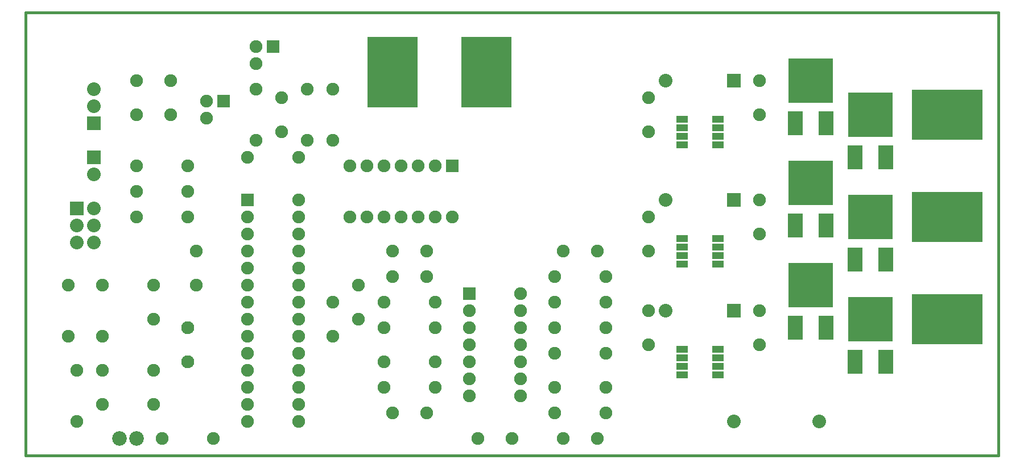
<source format=gts>
G04 (created by PCBNEW-RS274X (2011-05-25)-stable) date Sun 14 Jun 2015 13:17:46 MST*
G01*
G70*
G90*
%MOIN*%
G04 Gerber Fmt 3.4, Leading zero omitted, Abs format*
%FSLAX34Y34*%
G04 APERTURE LIST*
%ADD10C,0.006000*%
%ADD11C,0.015000*%
%ADD12R,0.075000X0.075000*%
%ADD13C,0.075000*%
%ADD14R,0.065000X0.040000*%
%ADD15C,0.080000*%
%ADD16R,0.080000X0.080000*%
%ADD17C,0.086000*%
%ADD18C,0.076000*%
%ADD19R,0.085000X0.140000*%
%ADD20R,0.260000X0.260000*%
%ADD21R,0.413700X0.295600*%
%ADD22R,0.295600X0.413700*%
G04 APERTURE END LIST*
G54D10*
G54D11*
X65000Y-07000D02*
X65000Y-33000D01*
X08000Y-33000D02*
X08000Y-07000D01*
X08000Y-07000D02*
X13000Y-07000D01*
X65000Y-33000D02*
X08000Y-33000D01*
X08000Y-07000D02*
X65000Y-07000D01*
G54D12*
X19600Y-12200D03*
G54D13*
X18600Y-12200D03*
X18600Y-13200D03*
G54D12*
X22500Y-09000D03*
G54D13*
X21500Y-09000D03*
X21500Y-10000D03*
X10500Y-23000D03*
X12500Y-23000D03*
X10500Y-26000D03*
X12500Y-26000D03*
G54D14*
X48550Y-26750D03*
X46450Y-26750D03*
X48550Y-27250D03*
X48550Y-27750D03*
X48550Y-28250D03*
X46450Y-27250D03*
X46450Y-27750D03*
X46450Y-28250D03*
X48550Y-20250D03*
X46450Y-20250D03*
X48550Y-20750D03*
X48550Y-21250D03*
X48550Y-21750D03*
X46450Y-20750D03*
X46450Y-21250D03*
X46450Y-21750D03*
X48550Y-13250D03*
X46450Y-13250D03*
X48550Y-13750D03*
X48550Y-14250D03*
X48550Y-14750D03*
X46450Y-13750D03*
X46450Y-14250D03*
X46450Y-14750D03*
G54D15*
X54500Y-31000D03*
X49500Y-31000D03*
G54D13*
X39000Y-27000D03*
X42000Y-27000D03*
X39000Y-30500D03*
X42000Y-30500D03*
X39000Y-29000D03*
X42000Y-29000D03*
X32000Y-29000D03*
X29000Y-29000D03*
X32000Y-27500D03*
X29000Y-27500D03*
X39000Y-22500D03*
X42000Y-22500D03*
X32000Y-24000D03*
X29000Y-24000D03*
X32000Y-25500D03*
X29000Y-25500D03*
X17500Y-19000D03*
X14500Y-19000D03*
X39000Y-25500D03*
X42000Y-25500D03*
X14500Y-16000D03*
X17500Y-16000D03*
X14500Y-17500D03*
X17500Y-17500D03*
X11000Y-31000D03*
X11000Y-28000D03*
X24000Y-15500D03*
X21000Y-15500D03*
X21500Y-11500D03*
X21500Y-14500D03*
X26000Y-11500D03*
X26000Y-14500D03*
X24500Y-14500D03*
X24500Y-11500D03*
X16000Y-32000D03*
X19000Y-32000D03*
X42000Y-24000D03*
X39000Y-24000D03*
G54D16*
X11000Y-18500D03*
G54D15*
X12000Y-18500D03*
X11000Y-19500D03*
X12000Y-19500D03*
X11000Y-20500D03*
X12000Y-20500D03*
G54D16*
X12000Y-13500D03*
G54D15*
X12000Y-12500D03*
X12000Y-11500D03*
G54D16*
X12000Y-15500D03*
G54D15*
X12000Y-16500D03*
G54D17*
X14500Y-32000D03*
X13500Y-32000D03*
G54D18*
X17500Y-27500D03*
X17500Y-25500D03*
G54D19*
X56600Y-15500D03*
G54D20*
X57500Y-13000D03*
G54D19*
X58400Y-15500D03*
X53100Y-25500D03*
G54D20*
X54000Y-23000D03*
G54D19*
X54900Y-25500D03*
X56600Y-27500D03*
G54D20*
X57500Y-25000D03*
G54D19*
X58400Y-27500D03*
X53100Y-19500D03*
G54D20*
X54000Y-17000D03*
G54D19*
X54900Y-19500D03*
X56600Y-21500D03*
G54D20*
X57500Y-19000D03*
G54D19*
X58400Y-21500D03*
X53100Y-13500D03*
G54D20*
X54000Y-11000D03*
G54D19*
X54900Y-13500D03*
G54D16*
X49500Y-24500D03*
G54D15*
X45500Y-24500D03*
G54D16*
X49500Y-18000D03*
G54D15*
X45500Y-18000D03*
G54D16*
X49500Y-11000D03*
G54D15*
X45500Y-11000D03*
G54D13*
X21000Y-19000D03*
X21000Y-20000D03*
X21000Y-21000D03*
X21000Y-22000D03*
X21000Y-23000D03*
X21000Y-24000D03*
X21000Y-25000D03*
X21000Y-26000D03*
X21000Y-27000D03*
X21000Y-28000D03*
X21000Y-29000D03*
X21000Y-30000D03*
X21000Y-31000D03*
G54D12*
X21000Y-18000D03*
G54D13*
X24000Y-31000D03*
X24000Y-30000D03*
X24000Y-29000D03*
X24000Y-28000D03*
X24000Y-27000D03*
X24000Y-26000D03*
X24000Y-25000D03*
X24000Y-24000D03*
X24000Y-23000D03*
X24000Y-22000D03*
X24000Y-21000D03*
X24000Y-20000D03*
X24000Y-19000D03*
X24000Y-18000D03*
G54D12*
X34000Y-23500D03*
G54D13*
X34000Y-24500D03*
X34000Y-25500D03*
X34000Y-26500D03*
X34000Y-27500D03*
X34000Y-28500D03*
X34000Y-29500D03*
X37000Y-29500D03*
X37000Y-28500D03*
X37000Y-27500D03*
X37000Y-26500D03*
X37000Y-25500D03*
X37000Y-24500D03*
X37000Y-23500D03*
X15500Y-25000D03*
X15500Y-23000D03*
X16500Y-13000D03*
X14500Y-13000D03*
X12500Y-28000D03*
X12500Y-30000D03*
X27500Y-25000D03*
X27500Y-23000D03*
X26000Y-26000D03*
X26000Y-24000D03*
X18000Y-23000D03*
X18000Y-21000D03*
X41500Y-32000D03*
X39500Y-32000D03*
X34500Y-32000D03*
X36500Y-32000D03*
X29500Y-30500D03*
X31500Y-30500D03*
X41500Y-21000D03*
X39500Y-21000D03*
X29500Y-22500D03*
X31500Y-22500D03*
X15500Y-28000D03*
X15500Y-30000D03*
X31500Y-21000D03*
X29500Y-21000D03*
X23000Y-14000D03*
X23000Y-12000D03*
X44500Y-12000D03*
X44500Y-14000D03*
X51000Y-11000D03*
X51000Y-13000D03*
X44500Y-19000D03*
X44500Y-21000D03*
X51000Y-18000D03*
X51000Y-20000D03*
X44500Y-24500D03*
X44500Y-26500D03*
X51000Y-24500D03*
X51000Y-26500D03*
X16500Y-11000D03*
X14500Y-11000D03*
G54D12*
X33000Y-16000D03*
G54D13*
X32000Y-16000D03*
X31000Y-16000D03*
X30000Y-16000D03*
X29000Y-16000D03*
X28000Y-16000D03*
X27000Y-16000D03*
X27000Y-19000D03*
X28000Y-19000D03*
X29000Y-19000D03*
X30000Y-19000D03*
X31000Y-19000D03*
X32000Y-19000D03*
X33000Y-19000D03*
G54D21*
X62000Y-13000D03*
X62000Y-19000D03*
X62000Y-25000D03*
G54D22*
X29500Y-10500D03*
X35000Y-10500D03*
M02*

</source>
